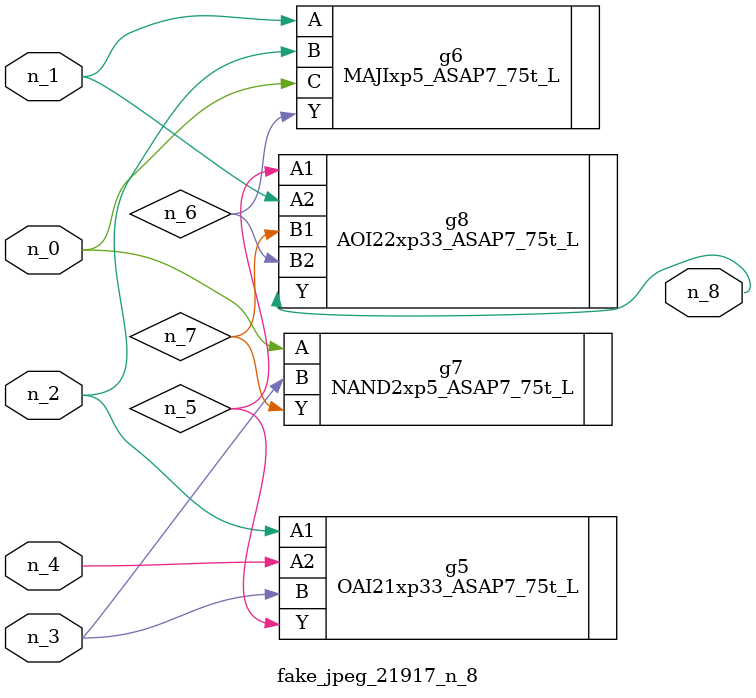
<source format=v>
module fake_jpeg_21917_n_8 (n_3, n_2, n_1, n_0, n_4, n_8);

input n_3;
input n_2;
input n_1;
input n_0;
input n_4;

output n_8;

wire n_6;
wire n_5;
wire n_7;

OAI21xp33_ASAP7_75t_L g5 ( 
.A1(n_2),
.A2(n_4),
.B(n_3),
.Y(n_5)
);

MAJIxp5_ASAP7_75t_L g6 ( 
.A(n_1),
.B(n_2),
.C(n_0),
.Y(n_6)
);

NAND2xp5_ASAP7_75t_L g7 ( 
.A(n_0),
.B(n_3),
.Y(n_7)
);

AOI22xp33_ASAP7_75t_L g8 ( 
.A1(n_5),
.A2(n_1),
.B1(n_7),
.B2(n_6),
.Y(n_8)
);


endmodule
</source>
